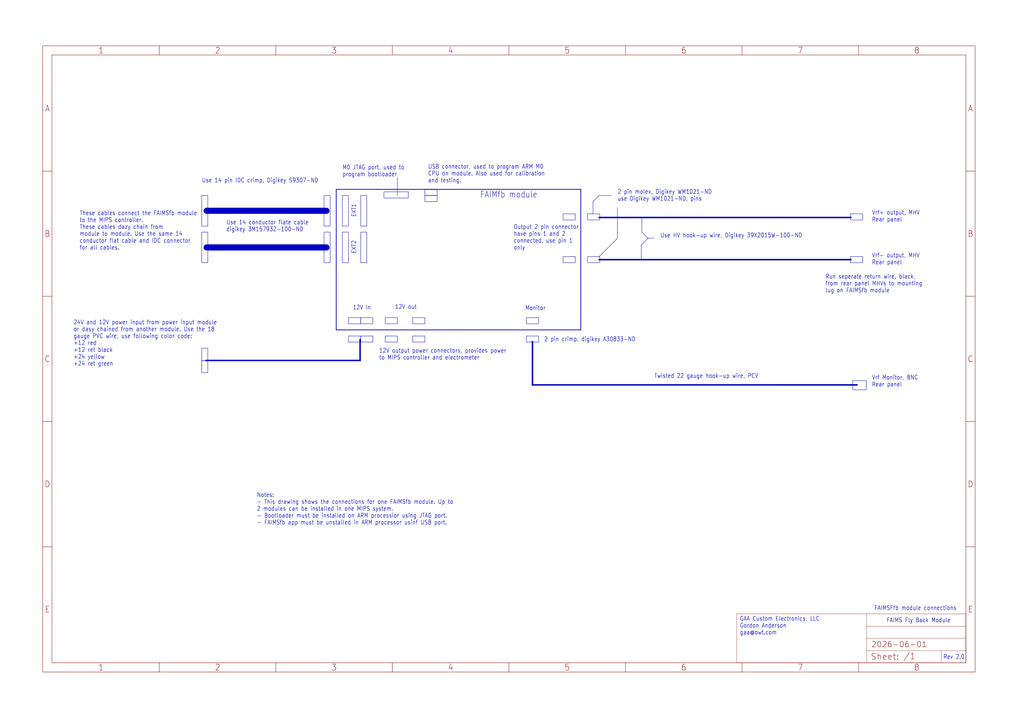
<source format=kicad_sch>
(kicad_sch (version 20231120) (generator "eeschema") (generator_version "8.0")
  (paper "User" 425.45 298.602)
  (lib_symbols
    (symbol "OpenDMS Waveform_sym_lib:A3L-LOC"
      (symbol "A3L-LOC_1_0"
        (polyline (pts (xy 0 52.07) (xy 3.81 52.07)))
        (polyline (pts (xy 0 104.14) (xy 3.81 104.14)))
        (polyline (pts (xy 0 156.21) (xy 3.81 156.21)))
        (polyline (pts (xy 0 208.28) (xy 3.81 208.28)))
        (polyline (pts (xy 3.81 3.81) (xy 3.81 256.54)))
        (polyline (pts (xy 48.4188 0) (xy 48.4188 3.81)))
        (polyline (pts (xy 48.4188 256.54) (xy 48.4188 260.35)))
        (polyline (pts (xy 96.8375 0) (xy 96.8375 3.81)))
        (polyline (pts (xy 96.8375 256.54) (xy 96.8375 260.35)))
        (polyline (pts (xy 145.2563 0) (xy 145.2563 3.81)))
        (polyline (pts (xy 145.2563 256.54) (xy 145.2563 260.35)))
        (polyline (pts (xy 193.675 0) (xy 193.675 3.81)))
        (polyline (pts (xy 193.675 256.54) (xy 193.675 260.35)))
        (polyline (pts (xy 242.0938 0) (xy 242.0938 3.81)))
        (polyline (pts (xy 242.0938 256.54) (xy 242.0938 260.35)))
        (polyline (pts (xy 288.29 3.81) (xy 288.29 24.13)) (stroke (width 0.1016)))
        (polyline (pts (xy 288.29 3.81) (xy 342.265 3.81)) (stroke (width 0.1016)))
        (polyline (pts (xy 288.29 24.13) (xy 342.265 24.13)) (stroke (width 0.1016)))
        (polyline (pts (xy 290.5125 0) (xy 290.5125 3.81)))
        (polyline (pts (xy 290.5125 256.54) (xy 290.5125 260.35)))
        (polyline (pts (xy 338.9313 0) (xy 338.9313 3.81)))
        (polyline (pts (xy 338.9313 256.54) (xy 338.9313 260.35)))
        (polyline (pts (xy 342.265 3.81) (xy 373.38 3.81)) (stroke (width 0.1016)))
        (polyline (pts (xy 342.265 8.89) (xy 342.265 3.81)) (stroke (width 0.1016)))
        (polyline (pts (xy 342.265 8.89) (xy 342.265 13.97)) (stroke (width 0.1016)))
        (polyline (pts (xy 342.265 13.97) (xy 342.265 19.05)) (stroke (width 0.1016)))
        (polyline (pts (xy 342.265 13.97) (xy 383.54 13.97)) (stroke (width 0.1016)))
        (polyline (pts (xy 342.265 19.05) (xy 342.265 24.13)) (stroke (width 0.1016)))
        (polyline (pts (xy 342.265 19.05) (xy 383.54 19.05)) (stroke (width 0.1016)))
        (polyline (pts (xy 342.265 24.13) (xy 383.54 24.13)) (stroke (width 0.1016)))
        (polyline (pts (xy 373.38 3.81) (xy 373.38 8.89)) (stroke (width 0.1016)))
        (polyline (pts (xy 373.38 3.81) (xy 383.54 3.81)) (stroke (width 0.1016)))
        (polyline (pts (xy 373.38 8.89) (xy 342.265 8.89)) (stroke (width 0.1016)))
        (polyline (pts (xy 373.38 8.89) (xy 383.54 8.89)) (stroke (width 0.1016)))
        (polyline (pts (xy 383.54 3.81) (xy 3.81 3.81)))
        (polyline (pts (xy 383.54 3.81) (xy 383.54 8.89)) (stroke (width 0.1016)))
        (polyline (pts (xy 383.54 3.81) (xy 383.54 256.54)))
        (polyline (pts (xy 383.54 8.89) (xy 383.54 13.97)) (stroke (width 0.1016)))
        (polyline (pts (xy 383.54 13.97) (xy 383.54 19.05)) (stroke (width 0.1016)))
        (polyline (pts (xy 383.54 19.05) (xy 383.54 24.13)) (stroke (width 0.1016)))
        (polyline (pts (xy 383.54 52.07) (xy 387.35 52.07)))
        (polyline (pts (xy 383.54 104.14) (xy 387.35 104.14)))
        (polyline (pts (xy 383.54 156.21) (xy 387.35 156.21)))
        (polyline (pts (xy 383.54 208.28) (xy 387.35 208.28)))
        (polyline (pts (xy 383.54 256.54) (xy 3.81 256.54)))
        (polyline (pts (xy 0 0) (xy 387.35 0) (xy 387.35 260.35) (xy 0 260.35) (xy 0 0)))
        (text "${#}/${##}" (at 357.505 5.08 0) (effects (font (size 2.54 2.54)) (justify left bottom)))
        (text "${CURRENT_DATE}" (at 344.17 10.16 0) (effects (font (size 2.286 2.286)) (justify left bottom)))
        (text "${PROJECTNAME}" (at 344.17 15.24 0) (effects (font (size 2.54 2.54)) (justify left bottom)))
        (text "1" (at 24.2094 1.905 0) (effects (font (size 2.54 2.286))))
        (text "1" (at 24.2094 258.445 0) (effects (font (size 2.54 2.286))))
        (text "2" (at 72.6281 1.905 0) (effects (font (size 2.54 2.286))))
        (text "2" (at 72.6281 258.445 0) (effects (font (size 2.54 2.286))))
        (text "3" (at 121.0469 1.905 0) (effects (font (size 2.54 2.286))))
        (text "3" (at 121.0469 258.445 0) (effects (font (size 2.54 2.286))))
        (text "4" (at 169.4656 1.905 0) (effects (font (size 2.54 2.286))))
        (text "4" (at 169.4656 258.445 0) (effects (font (size 2.54 2.286))))
        (text "5" (at 217.8844 1.905 0) (effects (font (size 2.54 2.286))))
        (text "5" (at 217.8844 258.445 0) (effects (font (size 2.54 2.286))))
        (text "6" (at 266.3031 1.905 0) (effects (font (size 2.54 2.286))))
        (text "6" (at 266.3031 258.445 0) (effects (font (size 2.54 2.286))))
        (text "7" (at 314.7219 1.905 0) (effects (font (size 2.54 2.286))))
        (text "7" (at 314.7219 258.445 0) (effects (font (size 2.54 2.286))))
        (text "8" (at 363.1406 1.905 0) (effects (font (size 2.54 2.286))))
        (text "8" (at 363.1406 258.445 0) (effects (font (size 2.54 2.286))))
        (text "A" (at 1.905 234.315 0) (effects (font (size 2.54 2.286))))
        (text "A" (at 385.445 234.315 0) (effects (font (size 2.54 2.286))))
        (text "B" (at 1.905 182.245 0) (effects (font (size 2.54 2.286))))
        (text "B" (at 385.445 182.245 0) (effects (font (size 2.54 2.286))))
        (text "C" (at 1.905 130.175 0) (effects (font (size 2.54 2.286))))
        (text "C" (at 385.445 130.175 0) (effects (font (size 2.54 2.286))))
        (text "D" (at 1.905 78.105 0) (effects (font (size 2.54 2.286))))
        (text "D" (at 385.445 78.105 0) (effects (font (size 2.54 2.286))))
        (text "E" (at 1.905 26.035 0) (effects (font (size 2.54 2.286))))
        (text "E" (at 385.445 26.035 0) (effects (font (size 2.54 2.286))))
        (text "Sheet:" (at 343.916 4.953 0) (effects (font (size 2.54 2.54)) (justify left bottom)))
      )
    )
  )
  (polyline (pts (xy 269.24 99.06) (xy 266.7 96.52)) (stroke (width 0.1524) (type solid)))
  (polyline (pts (xy 356.108 160.02) (xy 221.234 160.02)) (stroke (width 0.6096) (type solid)))
  (polyline (pts (xy 85.852 102.87) (xy 135.636 102.87)) (stroke (width 2.54) (type solid)))
  (polyline (pts (xy 266.446 101.854) (xy 266.446 107.696)) (stroke (width 0.1524) (type solid)))
  (polyline (pts (xy 322.834 160.02) (xy 356.108 160.02)) (stroke (width 0.4064) (type solid)))
  (polyline (pts (xy 256.54 86.36) (xy 256.54 99.06)) (stroke (width 0.1524) (type solid)))
  (polyline (pts (xy 271.78 99.06) (xy 269.24 99.06)) (stroke (width 0.1524) (type solid)))
  (polyline (pts (xy 246.38 83.82) (xy 246.38 88.9)) (stroke (width 0.1524) (type solid)))
  (polyline (pts (xy 266.7 96.52) (xy 266.7 90.678)) (stroke (width 0.1524) (type solid)))
  (polyline (pts (xy 256.54 99.06) (xy 248.92 106.68)) (stroke (width 0.1524) (type solid)))
  (polyline (pts (xy 353.568 90.424) (xy 248.92 90.424)) (stroke (width 0.6096) (type solid)))
  (polyline (pts (xy 353.568 107.95) (xy 248.92 107.95)) (stroke (width 0.6096) (type solid)))
  (polyline (pts (xy 269.24 99.06) (xy 266.446 101.854)) (stroke (width 0.1524) (type solid)))
  (polyline (pts (xy 241.3 137.16) (xy 139.7 137.16)) (stroke (width 0.3048) (type solid)))
  (polyline (pts (xy 165.1 73.66) (xy 165.1 81.28)) (stroke (width 0.1524) (type solid)))
  (polyline (pts (xy 241.3 78.74) (xy 241.3 137.16)) (stroke (width 0.3048) (type solid)))
  (polyline (pts (xy 149.606 141.224) (xy 149.606 149.86)) (stroke (width 0.6096) (type solid)))
  (polyline (pts (xy 139.7 137.16) (xy 139.7 78.74)) (stroke (width 0.3048) (type solid)))
  (polyline (pts (xy 85.852 87.63) (xy 135.636 87.63)) (stroke (width 2.54) (type solid)))
  (polyline (pts (xy 221.234 160.02) (xy 221.234 141.986)) (stroke (width 0.6096) (type solid)))
  (polyline (pts (xy 248.92 81.28) (xy 246.38 83.82)) (stroke (width 0.1524) (type solid)))
  (polyline (pts (xy 149.606 149.86) (xy 85.598 149.86)) (stroke (width 0.6096) (type solid)))
  (polyline (pts (xy 139.7 78.74) (xy 241.3 78.74)) (stroke (width 0.3048) (type solid)))
  (polyline (pts (xy 103.378 102.108) (xy 103.124 102.362)) (stroke (width 0.1524) (type solid)))
  (polyline (pts (xy 254 81.28) (xy 248.92 81.28)) (stroke (width 0.1524) (type solid)))
  (rectangle (start 353.314 109.22) (end 358.394 106.68) (fill (type outline)))
  (rectangle (start 176.53 83.82) (end 181.61 81.28) (fill (type outline)))
  (rectangle (start 171.45 134.62) (end 176.53 132.08) (fill (type outline)))
  (rectangle (start 142.24 93.98) (end 144.78 81.28) (fill (type outline)))
  (rectangle (start 83.82 93.98) (end 86.36 81.28) (fill (type outline)))
  (rectangle (start 359.918 162.052) (end 354.33 158.242) (fill (type outline)))
  (rectangle (start 353.314 91.44) (end 358.394 88.9) (fill (type outline)))
  (rectangle (start 134.62 93.98) (end 137.16 81.28) (fill (type outline)))
  (rectangle (start 171.45 142.24) (end 176.53 139.7) (fill (type outline)))
  (rectangle (start 149.86 93.98) (end 152.4 81.28) (fill (type outline)))
  (rectangle (start 218.694 134.62) (end 223.774 132.08) (fill (type outline)))
  (rectangle (start 159.512 82.296) (end 169.672 79.756) (fill (type outline)))
  (rectangle (start 244.094 91.44) (end 249.174 88.9) (fill (type outline)))
  (rectangle (start 233.934 91.44) (end 239.014 88.9) (fill (type outline)))
  (rectangle (start 149.86 134.62) (end 154.94 132.08) (fill (type outline)))
  (rectangle (start 244.094 109.22) (end 249.174 106.68) (fill (type outline)))
  (rectangle (start 233.934 109.22) (end 239.014 106.68) (fill (type outline)))
  (rectangle (start 86.36 149.86) (end 83.82 144.78) (fill (type outline)))
  (rectangle (start 144.78 142.24) (end 149.86 139.7) (fill (type outline)))
  (rectangle (start 144.78 134.62) (end 149.86 132.08) (fill (type outline)))
  (rectangle (start 86.36 154.94) (end 83.82 149.86) (fill (type outline)))
  (rectangle (start 83.82 109.22) (end 86.36 96.52) (fill (type outline)))
  (rectangle (start 149.86 109.22) (end 152.4 96.52) (fill (type outline)))
  (rectangle (start 134.62 109.22) (end 137.16 96.52) (fill (type outline)))
  (rectangle (start 142.24 109.22) (end 144.78 96.52) (fill (type outline)))
  (rectangle (start 149.86 142.24) (end 154.94 139.7) (fill (type outline)))
  (rectangle (start 176.53 81.28) (end 181.61 78.74) (fill (type outline)))
  (rectangle (start 160.02 142.24) (end 165.1 139.7) (fill (type outline)))
  (rectangle (start 218.694 142.24) (end 223.774 139.7) (fill (type outline)))
  (rectangle (start 160.02 134.62) (end 165.1 132.08) (fill (type outline)))
  (text "12V out" (at 164.084 128.778 0) (effects (font (size 1.778 1.5113)) (justify left bottom)))
  (text "EXT2" (at 148.082 105.664 90) (effects (font (size 1.778 1.5113)) (justify left bottom)))
  (text "Vrf+ output, MHV\nRear panel" (at 362.204 92.456 0) (effects (font (size 1.778 1.5113)) (justify left bottom)))
  (text "12V In" (at 146.558 129.032 0) (effects (font (size 1.778 1.5113)) (justify left bottom)))
  (text "Rev 2.0" (at 391.922 274.32 0) (effects (font (size 1.778 1.5113)) (justify left bottom)))
  (text "GAA Custom Electronics, LLC\nGordon Anderson\ngaa@owt.com" (at 307.34 264.16 0) (effects (font (size 1.778 1.5113)) (justify left bottom)))
  (text "FAIMfb module" (at 199.39 82.55 0) (effects (font (size 2.54 2.159)) (justify left bottom)))
  (text "Twisted 22 gauge hook-up wire, PCV" (at 271.78 157.48 0) (effects (font (size 1.778 1.5113)) (justify left bottom)))
  (text "Vrf- output, MHV\nRear panel" (at 362.204 110.236 0) (effects (font (size 1.778 1.5113)) (justify left bottom)))
  (text "Monitor" (at 218.186 129.286 0) (effects (font (size 1.778 1.5113)) (justify left bottom)))
  (text "Output 2 pin connector\nhave pins 1 and 2\nconnected, use pin 1\nonly" (at 213.36 104.14 0) (effects (font (size 1.778 1.5113)) (justify left bottom)))
  (text "2 pin molex, Digikey WM1021-ND\nuse Digikey WM1021-ND, pins" (at 256.54 83.82 0) (effects (font (size 1.778 1.5113)) (justify left bottom)))
  (text "FAIMS Fly Back Module" (at 368.3 259.08 0) (effects (font (size 1.778 1.5113)) (justify left bottom)))
  (text "These cables connect the FAIMSfb module\nto the MIPS controller.\nThese cables dazy chain from\nmodule to module. Use the same 14\nconductor flat cable and IDC connector\nfor all cables." (at 33.02 104.14 0) (effects (font (size 1.778 1.5113)) (justify left bottom)))
  (text "2 pin crimp, digikey A30833-ND" (at 226.06 142.24 0) (effects (font (size 1.778 1.5113)) (justify left bottom)))
  (text "Use 14 conductor flate cable\ndigikey 3M157932-100-ND" (at 93.98 96.52 0) (effects (font (size 1.778 1.5113)) (justify left bottom)))
  (text "Vrf Monitor, BNC\nRear panel" (at 362.204 161.036 0) (effects (font (size 1.778 1.5113)) (justify left bottom)))
  (text "USB connector, used to program ARM M0\nCPU on module. Also used for calibration\nand testing." (at 177.8 76.2 0) (effects (font (size 1.778 1.5113)) (justify left bottom)))
  (text "Use 14 pin IDC crimp, Digikey S9307-ND" (at 83.82 76.2 0) (effects (font (size 1.778 1.5113)) (justify left bottom)))
  (text "M0 JTAG port, used to\nprogram bootloader" (at 142.24 73.66 0) (effects (font (size 1.778 1.5113)) (justify left bottom)))
  (text "EXT1" (at 148.082 90.424 90) (effects (font (size 1.778 1.5113)) (justify left bottom)))
  (text "FAIMSFfb module connections" (at 363.22 254 0) (effects (font (size 1.778 1.5113)) (justify left bottom)))
  (text "Run seperate return wire, black,\nfrom rear panel MHVs to mounting\nlug on FAIMSfb module" (at 342.9 121.92 0) (effects (font (size 1.778 1.5113)) (justify left bottom)))
  (text "Use HV hook-up wire, Digikey 39X2015W-100-ND" (at 274.32 99.06 0) (effects (font (size 1.778 1.5113)) (justify left bottom)))
  (text "24V and 12V power input from power input module\nor dasy chained from another module. Use the 18\ngauge PVC wire, use following color code:\n+12 red\n+12 ret black\n+24 yellow\n+24 ret green" (at 30.48 152.4 0) (effects (font (size 1.778 1.5113)) (justify left bottom)))
  (text "Notes:\n- This drawing shows the connections for one FAIMSfb module. Up to\n2 modules can be installed in one MIPS system.\n- Bootloader must be installed on ARM processior using JTAG port.\n- FAIMSfb app must be unstalled in ARM processor usinf USB port." (at 106.68 218.44 0) (effects (font (size 1.778 1.5113)) (justify left bottom)))
  (text "12V output power connectors, provides power\nto MIPS controller and electrometer" (at 157.48 149.86 0) (effects (font (size 1.778 1.5113)) (justify left bottom)))
  (symbol (lib_id "OpenDMS Waveform_sym_lib:A3L-LOC") (at 17.78 279.4 0) (unit 1)
    (property "Reference" "#FRAME3" (effects (hide yes)))
    (property "Value" "A3L-LOC" (effects (hide yes)))
  )
)
</source>
